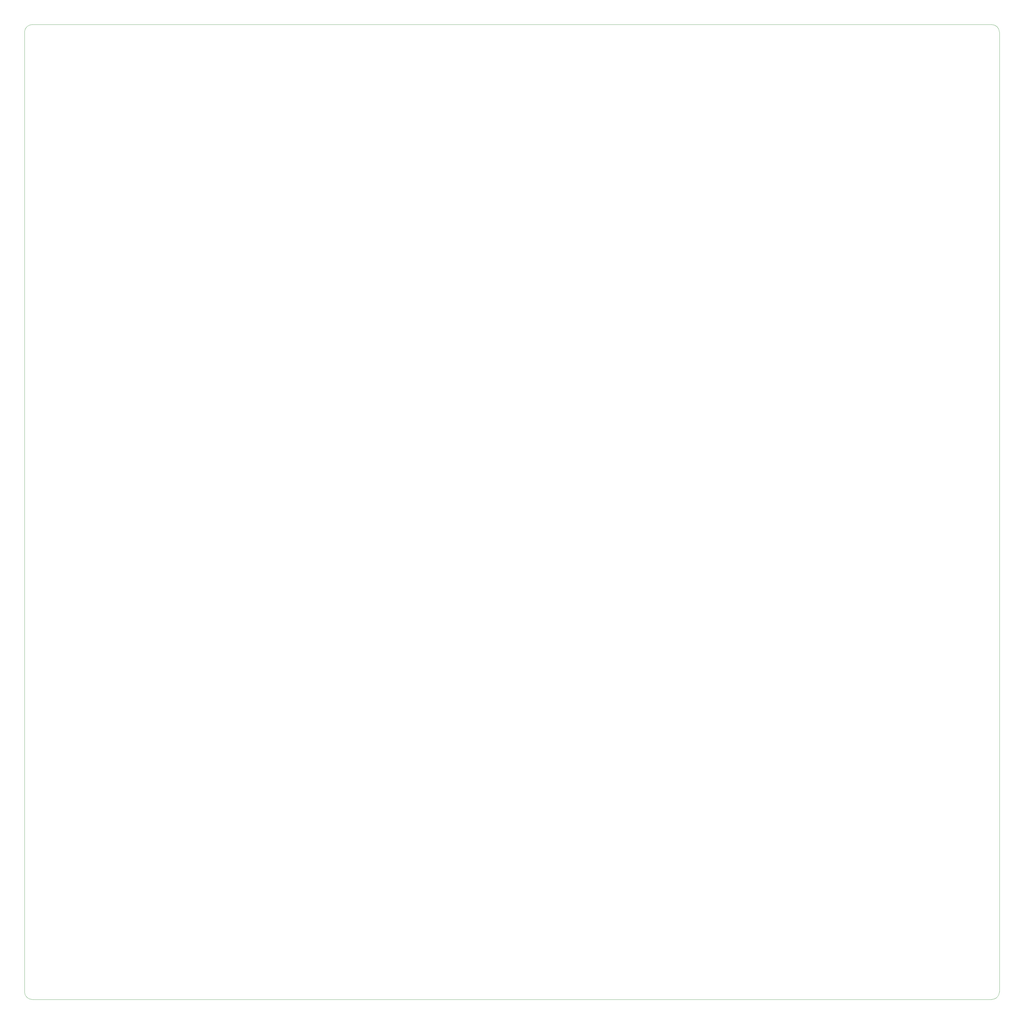
<source format=gm1>
%TF.GenerationSoftware,KiCad,Pcbnew,(6.0.2)*%
%TF.CreationDate,2022-03-15T15:15:15+01:00*%
%TF.ProjectId,Wordclock,576f7264-636c-46f6-936b-2e6b69636164,rev?*%
%TF.SameCoordinates,Original*%
%TF.FileFunction,Profile,NP*%
%FSLAX46Y46*%
G04 Gerber Fmt 4.6, Leading zero omitted, Abs format (unit mm)*
G04 Created by KiCad (PCBNEW (6.0.2)) date 2022-03-15 15:15:15*
%MOMM*%
%LPD*%
G01*
G04 APERTURE LIST*
%TA.AperFunction,Profile*%
%ADD10C,0.100000*%
%TD*%
G04 APERTURE END LIST*
D10*
X508000000Y-328000000D02*
G75*
G03*
X510500000Y-330500000I2500000J0D01*
G01*
X825500000Y-10500000D02*
X510500000Y-10500000D01*
X510500000Y-10500000D02*
G75*
G03*
X508000000Y-13000000I0J-2500000D01*
G01*
X510500000Y-330500000D02*
X825500000Y-330500000D01*
X508000000Y-13000000D02*
X508000000Y-328000000D01*
X828000000Y-328000000D02*
X828000000Y-13000000D01*
X825500000Y-330500000D02*
G75*
G03*
X828000000Y-328000000I0J2500000D01*
G01*
X828000000Y-13000000D02*
G75*
G03*
X825500000Y-10500000I-2500000J0D01*
G01*
M02*

</source>
